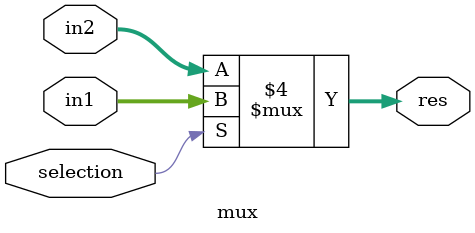
<source format=v>
module mux (in1, in2, selection, res);
  input[2:0] in1, in2;
  input selection;
  output reg[2:0] res;

  always @(in1, in2, res) begin
  if(selection == 1'b1)
    res = in1;
  else
    res = in2;
  end
endmodule

</source>
